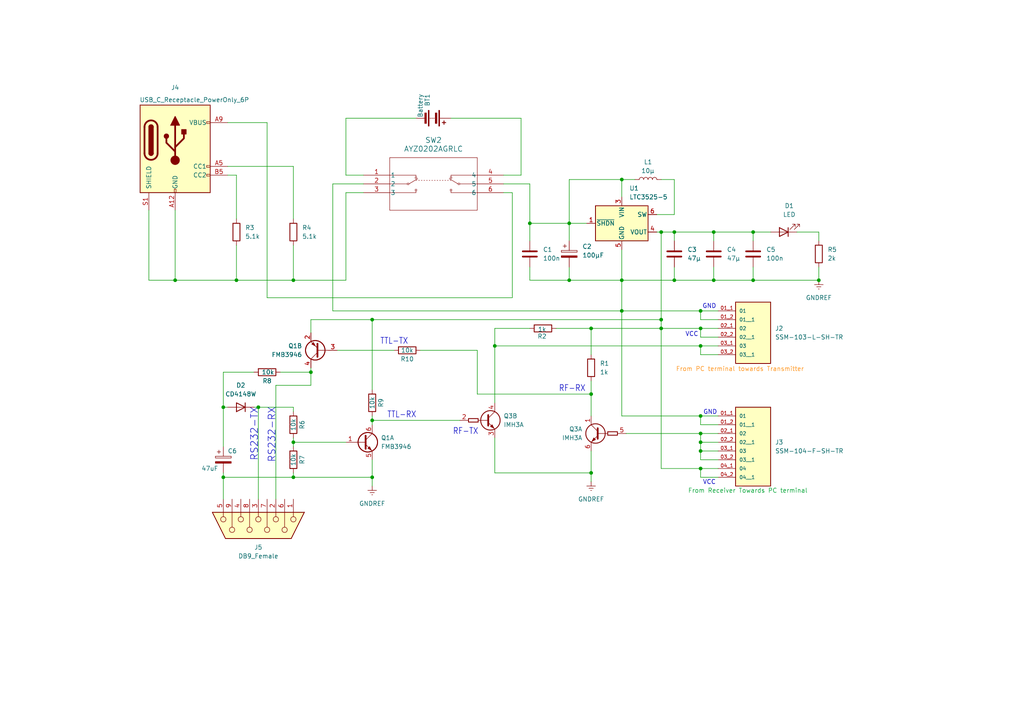
<source format=kicad_sch>
(kicad_sch (version 20231120) (generator "eeschema") (generator_version "8.0")
  (paper "A4")
  (lib_symbols
    (symbol "2024-08-15_09-22-31:AYZ0202AGRLC" (pin_names (offset 0.254))
      (property "Reference" "SW" (at 20.32 10.16 0))
      (property "Value" "AYZ0202AGRLC" (at 20.32 7.62 0))
      (symbol "AYZ0202AGRLC_0_1"
        (polyline (pts (xy 7.62 -10.16) (xy 33.02 -10.16)) (stroke (width 0.127)))
        (polyline (pts (xy 7.62 -5.08) (xy 15.24 -5.08)) (stroke (width 0.127)))
        (polyline (pts (xy 7.62 -2.54) (xy 12.7 -2.54)) (stroke (width 0.127)))
        (polyline (pts (xy 7.62 0) (xy 15.24 0)) (stroke (width 0.127)))
        (polyline (pts (xy 7.62 5.08) (xy 7.62 -10.16)) (stroke (width 0.127)))
        (polyline (pts (xy 13.208 -2.54) (xy 15.748 -1.016)) (stroke (width 0.127)))
        (polyline (pts (xy 15.24 -4.572) (xy 15.24 -5.08)) (stroke (width 0.127)))
        (polyline (pts (xy 15.24 -1.524) (xy 15.494 -1.524)) (stroke (width 0.127)))
        (polyline (pts (xy 15.24 0) (xy 15.24 -0.508)) (stroke (width 0.127)))
        (polyline (pts (xy 16.002 -1.524) (xy 16.256 -1.524)) (stroke (width 0.127)))
        (polyline (pts (xy 16.764 -1.524) (xy 17.018 -1.524)) (stroke (width 0.127)))
        (polyline (pts (xy 17.526 -1.524) (xy 17.78 -1.524)) (stroke (width 0.127)))
        (polyline (pts (xy 18.288 -1.524) (xy 18.542 -1.524)) (stroke (width 0.127)))
        (polyline (pts (xy 19.05 -1.524) (xy 19.304 -1.524)) (stroke (width 0.127)))
        (polyline (pts (xy 19.812 -1.524) (xy 20.066 -1.524)) (stroke (width 0.127)))
        (polyline (pts (xy 20.574 -1.524) (xy 20.828 -1.524)) (stroke (width 0.127)))
        (polyline (pts (xy 21.336 -1.524) (xy 21.59 -1.524)) (stroke (width 0.127)))
        (polyline (pts (xy 22.098 -1.524) (xy 22.352 -1.524)) (stroke (width 0.127)))
        (polyline (pts (xy 22.86 -1.524) (xy 23.114 -1.524)) (stroke (width 0.127)))
        (polyline (pts (xy 23.622 -1.524) (xy 23.876 -1.524)) (stroke (width 0.127)))
        (polyline (pts (xy 24.384 -1.524) (xy 24.638 -1.524)) (stroke (width 0.127)))
        (polyline (pts (xy 25.146 -1.524) (xy 25.4 -1.524)) (stroke (width 0.127)))
        (polyline (pts (xy 25.4 -4.572) (xy 25.4 -5.08)) (stroke (width 0.127)))
        (polyline (pts (xy 25.4 0) (xy 25.4 -0.508)) (stroke (width 0.127)))
        (polyline (pts (xy 27.432 -2.54) (xy 24.892 -1.016)) (stroke (width 0.127)))
        (polyline (pts (xy 33.02 -10.16) (xy 33.02 5.08)) (stroke (width 0.127)))
        (polyline (pts (xy 33.02 -5.08) (xy 25.4 -5.08)) (stroke (width 0.127)))
        (polyline (pts (xy 33.02 -2.54) (xy 27.94 -2.54)) (stroke (width 0.127)))
        (polyline (pts (xy 33.02 0) (xy 25.4 0)) (stroke (width 0.127)))
        (polyline (pts (xy 33.02 5.08) (xy 7.62 5.08)) (stroke (width 0.127)))
        (circle (center 12.954 -2.54) (radius 0.254) (stroke (width 0.127)))
        (circle (center 15.24 -4.318) (radius 0.254) (stroke (width 0.127)))
        (circle (center 15.24 -0.762) (radius 0.254) (stroke (width 0.127)))
        (circle (center 25.4 -4.318) (radius 0.254) (stroke (width 0.127)))
        (circle (center 25.4 -0.762) (radius 0.254) (stroke (width 0.127)))
        (circle (center 27.686 -2.54) (radius 0.254) (stroke (width 0.127)))
        (pin unspecified line (at 0 0 0) (length 7.62) (name "1") (number "1"))
        (pin unspecified line (at 0 -2.54 0) (length 7.62) (name "2") (number "2"))
        (pin unspecified line (at 0 -5.08 0) (length 7.62) (name "3") (number "3"))
        (pin unspecified line (at 40.64 0 180) (length 7.62) (name "4") (number "4"))
        (pin unspecified line (at 40.64 -2.54 180) (length 7.62) (name "5") (number "5"))
        (pin unspecified line (at 40.64 -5.08 180) (length 7.62) (name "6") (number "6"))
      )
    )
    (symbol "Connector:DB9_Female" (pin_names (offset 1.016) hide)
      (property "Reference" "J" (at 0 13.97 0))
      (property "Value" "DB9_Female" (at 0 -14.605 0))
      (symbol "DB9_Female_0_1"
        (circle (center -1.778 -10.16) (radius 0.762))
        (circle (center -1.778 -5.08) (radius 0.762))
        (circle (center -1.778 0) (radius 0.762))
        (circle (center -1.778 5.08) (radius 0.762))
        (circle (center -1.778 10.16) (radius 0.762))
        (polyline (pts (xy -3.81 -10.16) (xy -2.54 -10.16)))
        (polyline (pts (xy -3.81 -7.62) (xy 0.508 -7.62)))
        (polyline (pts (xy -3.81 -5.08) (xy -2.54 -5.08)))
        (polyline (pts (xy -3.81 -2.54) (xy 0.508 -2.54)))
        (polyline (pts (xy -3.81 0) (xy -2.54 0)))
        (polyline (pts (xy -3.81 2.54) (xy 0.508 2.54)))
        (polyline (pts (xy -3.81 5.08) (xy -2.54 5.08)))
        (polyline (pts (xy -3.81 7.62) (xy 0.508 7.62)))
        (polyline (pts (xy -3.81 10.16) (xy -2.54 10.16)))
        (polyline (pts (xy -3.81 13.335) (xy -3.81 -13.335) (xy 3.81 -9.525) (xy 3.81 9.525) (xy -3.81 13.335)) (stroke (width 0.254)) (fill (type background)))
        (circle (center 1.27 -7.62) (radius 0.762))
        (circle (center 1.27 -2.54) (radius 0.762))
        (circle (center 1.27 2.54) (radius 0.762))
        (circle (center 1.27 7.62) (radius 0.762))
      )
      (symbol "DB9_Female_1_1"
        (pin passive line (at -7.62 10.16 0) (length 3.81) (name "1") (number "1"))
        (pin passive line (at -7.62 5.08 0) (length 3.81) (name "2") (number "2"))
        (pin passive line (at -7.62 0 0) (length 3.81) (name "3") (number "3"))
        (pin passive line (at -7.62 -5.08 0) (length 3.81) (name "4") (number "4"))
        (pin passive line (at -7.62 -10.16 0) (length 3.81) (name "5") (number "5"))
        (pin passive line (at -7.62 7.62 0) (length 3.81) (name "6") (number "6"))
        (pin passive line (at -7.62 2.54 0) (length 3.81) (name "7") (number "7"))
        (pin passive line (at -7.62 -2.54 0) (length 3.81) (name "8") (number "8"))
        (pin passive line (at -7.62 -7.62 0) (length 3.81) (name "9") (number "9"))
      )
    )
    (symbol "Connector:USB_C_Receptacle_PowerOnly_6P" (pin_names (offset 1.016))
      (property "Reference" "J" (at 0 16.51 0))
      (property "Value" "USB_C_Receptacle_PowerOnly_6P" (at 0 13.97 0))
      (symbol "USB_C_Receptacle_PowerOnly_6P_0_0"
        (rectangle (start -0.254 -12.7) (end 0.254 -11.684))
        (rectangle (start 10.16 -7.366) (end 9.144 -7.874))
        (rectangle (start 10.16 -4.826) (end 9.144 -5.334))
        (rectangle (start 10.16 7.874) (end 9.144 7.366))
      )
      (symbol "USB_C_Receptacle_PowerOnly_6P_0_1"
        (rectangle (start -10.16 12.7) (end 10.16 -12.7) (stroke (width 0.254)) (fill (type background)))
        (arc (start -8.89 -1.27) (mid -6.985 -3.1667) (end -5.08 -1.27) (stroke (width 0.508)))
        (arc (start -7.62 -1.27) (mid -6.985 -1.9023) (end -6.35 -1.27) (stroke (width 0.254)))
        (arc (start -7.62 -1.27) (mid -6.985 -1.9023) (end -6.35 -1.27) (stroke (width 0.254)) (fill (type outline)))
        (rectangle (start -7.62 -1.27) (end -6.35 6.35) (stroke (width 0.254)) (fill (type outline)))
        (arc (start -6.35 6.35) (mid -6.985 6.9823) (end -7.62 6.35) (stroke (width 0.254)))
        (arc (start -6.35 6.35) (mid -6.985 6.9823) (end -7.62 6.35) (stroke (width 0.254)) (fill (type outline)))
        (arc (start -5.08 6.35) (mid -6.985 8.2467) (end -8.89 6.35) (stroke (width 0.508)))
        (circle (center -2.54 3.683) (radius 0.635) (stroke (width 0.254)) (fill (type outline)))
        (circle (center 0 -3.302) (radius 1.27) (fill (type outline)))
        (polyline (pts (xy -8.89 -1.27) (xy -8.89 6.35)) (stroke (width 0.508)))
        (polyline (pts (xy -5.08 6.35) (xy -5.08 -1.27)) (stroke (width 0.508)))
        (polyline (pts (xy 0 -3.302) (xy 0 6.858)) (stroke (width 0.508)))
        (polyline (pts (xy 0 -0.762) (xy -2.54 1.778) (xy -2.54 3.048)) (stroke (width 0.508)))
        (polyline (pts (xy 0 0.508) (xy 2.54 3.048) (xy 2.54 4.318)) (stroke (width 0.508)))
        (polyline (pts (xy -1.27 6.858) (xy 0 9.398) (xy 1.27 6.858) (xy -1.27 6.858)) (stroke (width 0.254)) (fill (type outline)))
        (rectangle (start 1.905 4.318) (end 3.175 5.588) (stroke (width 0.254)) (fill (type outline)))
      )
      (symbol "USB_C_Receptacle_PowerOnly_6P_1_1"
        (pin passive line (at 0 -17.78 90) (length 5.08) (name "GND") (number "A12"))
        (pin bidirectional line (at 15.24 -5.08 180) (length 5.08) (name "CC1") (number "A5"))
        (pin passive line (at 15.24 7.62 180) (length 5.08) (name "VBUS") (number "A9"))
        (pin passive line (at 0 -17.78 90) (length 5.08) hide (name "GND") (number "B12"))
        (pin bidirectional line (at 15.24 -7.62 180) (length 5.08) (name "CC2") (number "B5"))
        (pin passive line (at 15.24 7.62 180) (length 5.08) hide (name "VBUS") (number "B9"))
        (pin passive line (at -7.62 -17.78 90) (length 5.08) (name "SHIELD") (number "S1"))
      )
    )
    (symbol "Device:Battery" (pin_numbers hide) (pin_names (offset 0) hide)
      (property "Reference" "BT" (at 2.54 2.54 0))
      (property "Value" "Battery" (at 2.54 0 0))
      (symbol "Battery_0_1"
        (rectangle (start -2.286 -1.27) (end 2.286 -1.524) (fill (type outline)))
        (rectangle (start -2.286 1.778) (end 2.286 1.524) (fill (type outline)))
        (rectangle (start -1.524 -2.032) (end 1.524 -2.54) (fill (type outline)))
        (rectangle (start -1.524 1.016) (end 1.524 0.508) (fill (type outline)))
        (polyline (pts (xy 0 -1.016) (xy 0 -0.762)))
        (polyline (pts (xy 0 -0.508) (xy 0 -0.254)))
        (polyline (pts (xy 0 0) (xy 0 0.254)))
        (polyline (pts (xy 0 1.778) (xy 0 2.54)))
        (polyline (pts (xy 0.762 3.048) (xy 1.778 3.048)) (stroke (width 0.254)))
        (polyline (pts (xy 1.27 3.556) (xy 1.27 2.54)) (stroke (width 0.254)))
      )
      (symbol "Battery_1_1"
        (pin passive line (at 0 5.08 270) (length 2.54) (name "+") (number "1"))
        (pin passive line (at 0 -5.08 90) (length 2.54) (name "-") (number "2"))
      )
    )
    (symbol "Device:C" (pin_numbers hide) (pin_names (offset 0.254))
      (property "Reference" "C" (at 0.635 2.54 0))
      (property "Value" "C" (at 0.635 -2.54 0))
      (symbol "C_0_1"
        (polyline (pts (xy -2.032 -0.762) (xy 2.032 -0.762)) (stroke (width 0.508)))
        (polyline (pts (xy -2.032 0.762) (xy 2.032 0.762)) (stroke (width 0.508)))
      )
      (symbol "C_1_1"
        (pin passive line (at 0 3.81 270) (length 2.794) (name "~") (number "1"))
        (pin passive line (at 0 -3.81 90) (length 2.794) (name "~") (number "2"))
      )
    )
    (symbol "Device:C_Polarized" (pin_numbers hide) (pin_names (offset 0.254))
      (property "Reference" "C" (at 0.635 2.54 0))
      (property "Value" "C_Polarized" (at 0.635 -2.54 0))
      (symbol "C_Polarized_0_1"
        (rectangle (start -2.286 0.508) (end 2.286 1.016))
        (polyline (pts (xy -1.778 2.286) (xy -0.762 2.286)))
        (polyline (pts (xy -1.27 2.794) (xy -1.27 1.778)))
        (rectangle (start 2.286 -0.508) (end -2.286 -1.016) (fill (type outline)))
      )
      (symbol "C_Polarized_1_1"
        (pin passive line (at 0 3.81 270) (length 2.794) (name "~") (number "1"))
        (pin passive line (at 0 -3.81 90) (length 2.794) (name "~") (number "2"))
      )
    )
    (symbol "Device:L" (pin_numbers hide) (pin_names (offset 1.016) hide)
      (property "Reference" "L" (at -1.27 0 90))
      (property "Value" "L" (at 1.905 0 90))
      (symbol "L_0_1"
        (arc (start 0 -2.54) (mid 0.6323 -1.905) (end 0 -1.27))
        (arc (start 0 -1.27) (mid 0.6323 -0.635) (end 0 0))
        (arc (start 0 0) (mid 0.6323 0.635) (end 0 1.27))
        (arc (start 0 1.27) (mid 0.6323 1.905) (end 0 2.54))
      )
      (symbol "L_1_1"
        (pin passive line (at 0 3.81 270) (length 1.27) (name "1") (number "1"))
        (pin passive line (at 0 -3.81 90) (length 1.27) (name "2") (number "2"))
      )
    )
    (symbol "Device:LED" (pin_numbers hide) (pin_names (offset 1.016) hide)
      (property "Reference" "D" (at 0 2.54 0))
      (property "Value" "LED" (at 0 -2.54 0))
      (symbol "LED_0_1"
        (polyline (pts (xy -1.27 -1.27) (xy -1.27 1.27)) (stroke (width 0.254)))
        (polyline (pts (xy -1.27 0) (xy 1.27 0)))
        (polyline (pts (xy 1.27 -1.27) (xy 1.27 1.27) (xy -1.27 0) (xy 1.27 -1.27)) (stroke (width 0.254)))
        (polyline (pts (xy -3.048 -0.762) (xy -4.572 -2.286) (xy -3.81 -2.286) (xy -4.572 -2.286) (xy -4.572 -1.524)))
        (polyline (pts (xy -1.778 -0.762) (xy -3.302 -2.286) (xy -2.54 -2.286) (xy -3.302 -2.286) (xy -3.302 -1.524)))
      )
      (symbol "LED_1_1"
        (pin passive line (at -3.81 0 0) (length 2.54) (name "K") (number "1"))
        (pin passive line (at 3.81 0 180) (length 2.54) (name "A") (number "2"))
      )
    )
    (symbol "Device:R" (pin_numbers hide) (pin_names (offset 0))
      (property "Reference" "R" (at 2.032 0 90))
      (property "Value" "R" (at 0 0 90))
      (symbol "R_0_1"
        (rectangle (start -1.016 -2.54) (end 1.016 2.54) (stroke (width 0.254)))
      )
      (symbol "R_1_1"
        (pin passive line (at 0 3.81 270) (length 1.27) (name "~") (number "1"))
        (pin passive line (at 0 -3.81 90) (length 1.27) (name "~") (number "2"))
      )
    )
    (symbol "Diode:CD4148W" (pin_numbers hide) (pin_names hide)
      (property "Reference" "D" (at 0 2.54 0))
      (property "Value" "CD4148W" (at 0 -2.54 0))
      (symbol "CD4148W_0_1"
        (polyline (pts (xy -1.27 1.27) (xy -1.27 -1.27)) (stroke (width 0.254)))
        (polyline (pts (xy 1.27 0) (xy -1.27 0)))
        (polyline (pts (xy 1.27 1.27) (xy 1.27 -1.27) (xy -1.27 0) (xy 1.27 1.27)) (stroke (width 0.254)))
      )
      (symbol "CD4148W_1_1"
        (pin passive line (at -3.81 0 0) (length 2.54) (name "K") (number "1"))
        (pin passive line (at 3.81 0 180) (length 2.54) (name "A") (number "2"))
      )
    )
    (symbol "Regulator_Switching:LTC3525-5" (pin_names (offset 0.254))
      (property "Reference" "U" (at -6.35 6.35 0))
      (property "Value" "LTC3525-5" (at 1.27 6.35 0))
      (symbol "LTC3525-5_0_1"
        (rectangle (start -7.62 5.08) (end 7.62 -5.08) (stroke (width 0.254)) (fill (type background)))
      )
      (symbol "LTC3525-5_1_1"
        (pin input line (at -10.16 0 0) (length 2.54) (name "~{SHDN}") (number "1"))
        (pin passive line (at 0 -7.62 90) (length 2.54) hide (name "GND") (number "2"))
        (pin power_in line (at 0 7.62 270) (length 2.54) (name "VIN") (number "3"))
        (pin power_out line (at 10.16 -2.54 180) (length 2.54) (name "VOUT") (number "4"))
        (pin power_in line (at 0 -7.62 90) (length 2.54) (name "GND") (number "5"))
        (pin input line (at 10.16 2.54 180) (length 2.54) (name "SW") (number "6"))
      )
    )
    (symbol "SSM-103-L-SH-TR:SSM-103-L-SH-TR" (pin_names (offset 1.016))
      (property "Reference" "J" (at -5.58 6.196 0))
      (property "Value" "SSM-103-L-SH-TR" (at -5.08 -15.24 0))
      (symbol "SSM-103-L-SH-TR_0_0"
        (rectangle (start -5.08 -12.7) (end 5.08 5.08) (stroke (width 0.254)) (fill (type background)))
        (pin passive line (at -10.16 2.54 0) (length 5.08) (name "01") (number "01_1"))
        (pin passive line (at -10.16 0 0) (length 5.08) (name "01__1") (number "01_2"))
        (pin passive line (at -10.16 -2.54 0) (length 5.08) (name "02") (number "02_1"))
        (pin passive line (at -10.16 -5.08 0) (length 5.08) (name "02__1") (number "02_2"))
        (pin passive line (at -10.16 -7.62 0) (length 5.08) (name "03") (number "03_1"))
        (pin passive line (at -10.16 -10.16 0) (length 5.08) (name "03__1") (number "03_2"))
      )
    )
    (symbol "SSM-104-F-SH-TR:SSM-104-F-SH-TR" (pin_names (offset 1.016))
      (property "Reference" "J" (at -5.58 6.196 0))
      (property "Value" "SSM-104-F-SH-TR" (at -5.08 -20.32 0))
      (symbol "SSM-104-F-SH-TR_0_0"
        (rectangle (start -5.08 -17.78) (end 5.08 5.08) (stroke (width 0.254)) (fill (type background)))
        (pin passive line (at -10.16 2.54 0) (length 5.08) (name "01") (number "01_1"))
        (pin passive line (at -10.16 0 0) (length 5.08) (name "01__1") (number "01_2"))
        (pin passive line (at -10.16 -2.54 0) (length 5.08) (name "02") (number "02_1"))
        (pin passive line (at -10.16 -5.08 0) (length 5.08) (name "02__1") (number "02_2"))
        (pin passive line (at -10.16 -7.62 0) (length 5.08) (name "03") (number "03_1"))
        (pin passive line (at -10.16 -10.16 0) (length 5.08) (name "03__1") (number "03_2"))
        (pin passive line (at -10.16 -12.7 0) (length 5.08) (name "04") (number "04_1"))
        (pin passive line (at -10.16 -15.24 0) (length 5.08) (name "04__1") (number "04_2"))
      )
    )
    (symbol "Transistor_BJT:FMB3946" (pin_names (offset 0) hide)
      (property "Reference" "Q" (at 5.08 1.27 0))
      (property "Value" "FMB3946" (at 5.08 -1.27 0))
      (symbol "FMB3946_0_1"
        (polyline (pts (xy 0.635 0) (xy -2.54 0)))
        (circle (center 1.27 0) (radius 2.8194) (stroke (width 0.254)))
        (circle (center 1.27 0) (radius 2.8194) (stroke (width 0.254)))
      )
      (symbol "FMB3946_1_1"
        (polyline (pts (xy 0.635 0.635) (xy 2.54 2.54)))
        (polyline (pts (xy 0.635 -0.635) (xy 2.54 -2.54) (xy 2.54 -2.54)))
        (polyline (pts (xy 0.635 1.905) (xy 0.635 -1.905) (xy 0.635 -1.905)) (stroke (width 0.508)))
        (polyline (pts (xy 1.27 -1.778) (xy 1.778 -1.27) (xy 2.286 -2.286) (xy 1.27 -1.778) (xy 1.27 -1.778)) (fill (type outline)))
        (pin input line (at -5.08 0 0) (length 2.54) (name "B1") (number "1"))
        (pin passive line (at 2.54 -5.08 90) (length 2.54) (name "E1") (number "5"))
        (pin passive line (at 2.54 5.08 270) (length 2.54) (name "C1") (number "6"))
      )
      (symbol "FMB3946_2_1"
        (polyline (pts (xy 0.635 0.635) (xy 2.54 2.54)))
        (polyline (pts (xy 0.635 -0.635) (xy 2.54 -2.54) (xy 2.54 -2.54)))
        (polyline (pts (xy 0.635 1.905) (xy 0.635 -1.905) (xy 0.635 -1.905)) (stroke (width 0.508)))
        (polyline (pts (xy 2.286 -1.778) (xy 1.778 -2.286) (xy 1.27 -1.27) (xy 2.286 -1.778) (xy 2.286 -1.778)) (fill (type outline)))
        (pin passive line (at 2.54 -5.08 90) (length 2.54) (name "E2") (number "2"))
        (pin input line (at -5.08 0 0) (length 2.54) (name "B2") (number "3"))
        (pin passive line (at 2.54 5.08 270) (length 2.54) (name "C2") (number "4"))
      )
    )
    (symbol "Transistor_BJT:IMH3A" (pin_names hide)
      (property "Reference" "Q" (at 7.62 1.27 0))
      (property "Value" "IMH3A" (at 7.62 -1.27 0))
      (symbol "IMH3A_0_1"
        (polyline (pts (xy 3.175 0) (xy 0.254 0)))
        (polyline (pts (xy 3.175 0.635) (xy 5.08 2.54)))
        (polyline (pts (xy 3.175 1.524) (xy 3.175 -1.524)) (stroke (width 0.508)))
        (polyline (pts (xy 3.175 -0.635) (xy 5.08 -2.54) (xy 5.08 -2.54)))
        (polyline (pts (xy 3.81 -1.778) (xy 4.318 -1.27) (xy 4.826 -2.286) (xy 3.81 -1.778) (xy 3.81 -1.778)) (fill (type outline)))
        (rectangle (start 0.254 0.508) (end -2.54 -0.508) (stroke (width 0.254)))
        (circle (center 3.81 0) (radius 2.8194) (stroke (width 0.254)))
      )
      (symbol "IMH3A_1_1"
        (pin passive line (at 5.08 5.08 270) (length 2.54) (name "C1") (number "1"))
        (pin input line (at -5.08 0 0) (length 2.54) (name "B1") (number "5"))
        (pin passive line (at 5.08 -5.08 90) (length 2.54) (name "E1") (number "6"))
      )
      (symbol "IMH3A_2_1"
        (pin input line (at -5.08 0 0) (length 2.54) (name "B2") (number "2"))
        (pin passive line (at 5.08 -5.08 90) (length 2.54) (name "E2") (number "3"))
        (pin passive line (at 5.08 5.08 270) (length 2.54) (name "C2") (number "4"))
      )
    )
    (symbol "power:GNDREF" (power) (pin_numbers hide) (pin_names (offset 0) hide)
      (property "Value" "GNDREF" (at 0 -3.81 0))
      (symbol "GNDREF_0_1"
        (polyline (pts (xy -0.635 -1.905) (xy 0.635 -1.905)))
        (polyline (pts (xy -0.127 -2.54) (xy 0.127 -2.54)))
        (polyline (pts (xy 0 -1.27) (xy 0 0)))
        (polyline (pts (xy 1.27 -1.27) (xy -1.27 -1.27)))
      )
      (symbol "GNDREF_1_1"
        (pin power_in line (at 0 0 270) (length 0) (name "~") (number "1"))
      )
    )
  )
  (junction (at 203.2 100.33))
  (junction (at 203.2 130.81))
  (junction (at 203.2 128.27))
  (junction (at 195.58 67.31))
  (junction (at 203.2 95.25))
  (junction (at 207.01 67.31))
  (junction (at 203.2 125.73))
  (junction (at 207.01 81.28))
  (junction (at 50.8 81.28))
  (junction (at 171.45 137.16))
  (junction (at 218.44 67.31))
  (junction (at 180.34 90.17))
  (junction (at 85.09 128.27))
  (junction (at 203.2 90.17))
  (junction (at 64.77 138.43))
  (junction (at 107.95 121.92))
  (junction (at 74.93 118.11))
  (junction (at 203.2 120.65))
  (junction (at 85.09 81.28))
  (junction (at 180.34 81.28))
  (junction (at 191.77 67.31))
  (junction (at 153.67 64.77))
  (junction (at 85.09 138.43))
  (junction (at 90.17 107.95))
  (junction (at 107.95 92.71))
  (junction (at 195.58 81.28))
  (junction (at 68.58 81.28))
  (junction (at 180.34 52.07))
  (junction (at 203.2 135.89))
  (junction (at 165.1 64.77))
  (junction (at 237.49 81.28))
  (junction (at 165.1 81.28))
  (junction (at 143.51 100.33))
  (junction (at 171.45 114.3))
  (junction (at 64.77 118.11))
  (junction (at 218.44 81.28))
  (junction (at 191.77 92.71))
  (junction (at 107.95 138.43))
  (junction (at 171.45 95.25))
  (junction (at 191.77 95.25))
  (wire (pts (xy 203.2 138.43) (xy 203.2 135.89)))
  (wire (pts (xy 77.47 35.56) (xy 77.47 86.36)))
  (wire (pts (xy 100.33 55.88) (xy 105.41 55.88)))
  (wire (pts (xy 153.67 69.85) (xy 153.67 64.77)))
  (wire (pts (xy 121.92 101.6) (xy 138.43 101.6)))
  (wire (pts (xy 191.77 67.31) (xy 195.58 67.31)))
  (wire (pts (xy 77.47 86.36) (xy 148.59 86.36)))
  (wire (pts (xy 85.09 71.12) (xy 85.09 81.28)))
  (wire (pts (xy 107.95 113.03) (xy 107.95 92.71)))
  (wire (pts (xy 100.33 34.29) (xy 100.33 50.8)))
  (wire (pts (xy 237.49 77.47) (xy 237.49 81.28)))
  (wire (pts (xy 74.93 144.78) (xy 74.93 118.11)))
  (wire (pts (xy 66.04 48.26) (xy 85.09 48.26)))
  (wire (pts (xy 181.61 125.73) (xy 203.2 125.73)))
  (wire (pts (xy 191.77 95.25) (xy 203.2 95.25)))
  (wire (pts (xy 107.95 121.92) (xy 133.35 121.92)))
  (wire (pts (xy 64.77 118.11) (xy 66.04 118.11)))
  (wire (pts (xy 208.28 125.73) (xy 203.2 125.73)))
  (wire (pts (xy 153.67 53.34) (xy 153.67 64.77)))
  (wire (pts (xy 203.2 97.79) (xy 203.2 95.25)))
  (wire (pts (xy 66.04 50.8) (xy 68.58 50.8)))
  (wire (pts (xy 64.77 138.43) (xy 85.09 138.43)))
  (wire (pts (xy 203.2 100.33) (xy 208.28 100.33)))
  (wire (pts (xy 143.51 95.25) (xy 143.51 100.33)))
  (wire (pts (xy 195.58 52.07) (xy 191.77 52.07)))
  (wire (pts (xy 146.05 55.88) (xy 148.59 55.88)))
  (wire (pts (xy 151.13 50.8) (xy 146.05 50.8)))
  (wire (pts (xy 180.34 72.39) (xy 180.34 81.28)))
  (wire (pts (xy 130.81 34.29) (xy 151.13 34.29)))
  (wire (pts (xy 151.13 34.29) (xy 151.13 50.8)))
  (wire (pts (xy 107.95 92.71) (xy 191.77 92.71)))
  (wire (pts (xy 208.28 138.43) (xy 203.2 138.43)))
  (wire (pts (xy 208.28 130.81) (xy 203.2 130.81)))
  (wire (pts (xy 191.77 92.71) (xy 191.77 95.25)))
  (wire (pts (xy 85.09 128.27) (xy 100.33 128.27)))
  (wire (pts (xy 85.09 127) (xy 85.09 128.27)))
  (wire (pts (xy 171.45 95.25) (xy 191.77 95.25)))
  (wire (pts (xy 203.2 128.27) (xy 208.28 128.27)))
  (wire (pts (xy 90.17 107.95) (xy 90.17 111.76)))
  (wire (pts (xy 107.95 121.92) (xy 107.95 123.19)))
  (wire (pts (xy 66.04 35.56) (xy 77.47 35.56)))
  (wire (pts (xy 85.09 128.27) (xy 85.09 129.54)))
  (wire (pts (xy 146.05 53.34) (xy 153.67 53.34)))
  (wire (pts (xy 203.2 120.65) (xy 203.2 123.19)))
  (wire (pts (xy 43.18 81.28) (xy 50.8 81.28)))
  (wire (pts (xy 96.52 90.17) (xy 180.34 90.17)))
  (wire (pts (xy 105.41 53.34) (xy 96.52 53.34)))
  (wire (pts (xy 195.58 81.28) (xy 180.34 81.28)))
  (wire (pts (xy 208.28 133.35) (xy 203.2 133.35)))
  (wire (pts (xy 195.58 67.31) (xy 195.58 69.85)))
  (wire (pts (xy 50.8 81.28) (xy 68.58 81.28)))
  (wire (pts (xy 184.15 52.07) (xy 180.34 52.07)))
  (wire (pts (xy 74.93 118.11) (xy 85.09 118.11)))
  (wire (pts (xy 85.09 138.43) (xy 107.95 138.43)))
  (wire (pts (xy 208.28 123.19) (xy 203.2 123.19)))
  (wire (pts (xy 90.17 96.52) (xy 90.17 92.71)))
  (wire (pts (xy 203.2 102.87) (xy 203.2 100.33)))
  (wire (pts (xy 107.95 120.65) (xy 107.95 121.92)))
  (wire (pts (xy 90.17 106.68) (xy 90.17 107.95)))
  (wire (pts (xy 68.58 50.8) (xy 68.58 63.5)))
  (wire (pts (xy 237.49 81.28) (xy 218.44 81.28)))
  (wire (pts (xy 90.17 92.71) (xy 107.95 92.71)))
  (wire (pts (xy 218.44 67.31) (xy 223.52 67.31)))
  (wire (pts (xy 180.34 90.17) (xy 180.34 120.65)))
  (wire (pts (xy 203.2 92.71) (xy 203.2 90.17)))
  (wire (pts (xy 143.51 100.33) (xy 143.51 116.84)))
  (wire (pts (xy 208.28 102.87) (xy 203.2 102.87)))
  (wire (pts (xy 107.95 138.43) (xy 107.95 140.97)))
  (wire (pts (xy 138.43 114.3) (xy 138.43 101.6)))
  (wire (pts (xy 143.51 95.25) (xy 153.67 95.25)))
  (wire (pts (xy 165.1 52.07) (xy 165.1 64.77)))
  (wire (pts (xy 153.67 77.47) (xy 153.67 81.28)))
  (wire (pts (xy 218.44 77.47) (xy 218.44 81.28)))
  (wire (pts (xy 80.01 111.76) (xy 90.17 111.76)))
  (wire (pts (xy 81.28 107.95) (xy 90.17 107.95)))
  (wire (pts (xy 165.1 81.28) (xy 180.34 81.28)))
  (wire (pts (xy 171.45 114.3) (xy 138.43 114.3)))
  (wire (pts (xy 180.34 52.07) (xy 180.34 57.15)))
  (wire (pts (xy 153.67 81.28) (xy 165.1 81.28)))
  (wire (pts (xy 237.49 69.85) (xy 237.49 67.31)))
  (wire (pts (xy 171.45 137.16) (xy 171.45 139.7)))
  (wire (pts (xy 171.45 102.87) (xy 171.45 95.25)))
  (wire (pts (xy 143.51 100.33) (xy 203.2 100.33)))
  (wire (pts (xy 237.49 67.31) (xy 231.14 67.31)))
  (wire (pts (xy 171.45 130.81) (xy 171.45 137.16)))
  (wire (pts (xy 107.95 133.35) (xy 107.95 138.43)))
  (wire (pts (xy 43.18 60.96) (xy 43.18 81.28)))
  (wire (pts (xy 195.58 67.31) (xy 207.01 67.31)))
  (wire (pts (xy 85.09 48.26) (xy 85.09 63.5)))
  (wire (pts (xy 203.2 128.27) (xy 203.2 125.73)))
  (wire (pts (xy 148.59 55.88) (xy 148.59 86.36)))
  (wire (pts (xy 64.77 137.16) (xy 64.77 138.43)))
  (wire (pts (xy 203.2 90.17) (xy 208.28 90.17)))
  (wire (pts (xy 203.2 133.35) (xy 203.2 130.81)))
  (wire (pts (xy 208.28 97.79) (xy 203.2 97.79)))
  (wire (pts (xy 180.34 120.65) (xy 203.2 120.65)))
  (wire (pts (xy 73.66 118.11) (xy 74.93 118.11)))
  (wire (pts (xy 97.79 101.6) (xy 114.3 101.6)))
  (wire (pts (xy 203.2 95.25) (xy 208.28 95.25)))
  (wire (pts (xy 203.2 130.81) (xy 203.2 128.27)))
  (wire (pts (xy 68.58 81.28) (xy 85.09 81.28)))
  (wire (pts (xy 50.8 60.96) (xy 50.8 81.28)))
  (wire (pts (xy 68.58 71.12) (xy 68.58 81.28)))
  (wire (pts (xy 64.77 107.95) (xy 64.77 118.11)))
  (wire (pts (xy 203.2 120.65) (xy 208.28 120.65)))
  (wire (pts (xy 191.77 95.25) (xy 191.77 135.89)))
  (wire (pts (xy 207.01 81.28) (xy 218.44 81.28)))
  (wire (pts (xy 161.29 95.25) (xy 171.45 95.25)))
  (wire (pts (xy 85.09 118.11) (xy 85.09 119.38)))
  (wire (pts (xy 165.1 77.47) (xy 165.1 81.28)))
  (wire (pts (xy 180.34 90.17) (xy 203.2 90.17)))
  (wire (pts (xy 64.77 107.95) (xy 73.66 107.95)))
  (wire (pts (xy 207.01 77.47) (xy 207.01 81.28)))
  (wire (pts (xy 208.28 135.89) (xy 203.2 135.89)))
  (wire (pts (xy 64.77 144.78) (xy 64.77 138.43)))
  (wire (pts (xy 100.33 55.88) (xy 100.33 81.28)))
  (wire (pts (xy 165.1 52.07) (xy 180.34 52.07)))
  (wire (pts (xy 170.18 64.77) (xy 165.1 64.77)))
  (wire (pts (xy 143.51 127) (xy 143.51 137.16)))
  (wire (pts (xy 195.58 77.47) (xy 195.58 81.28)))
  (wire (pts (xy 171.45 110.49) (xy 171.45 114.3)))
  (wire (pts (xy 180.34 81.28) (xy 180.34 90.17)))
  (wire (pts (xy 208.28 92.71) (xy 203.2 92.71)))
  (wire (pts (xy 195.58 81.28) (xy 207.01 81.28)))
  (wire (pts (xy 218.44 69.85) (xy 218.44 67.31)))
  (wire (pts (xy 165.1 69.85) (xy 165.1 64.77)))
  (wire (pts (xy 190.5 62.23) (xy 195.58 62.23)))
  (wire (pts (xy 190.5 67.31) (xy 191.77 67.31)))
  (wire (pts (xy 120.65 34.29) (xy 100.33 34.29)))
  (wire (pts (xy 171.45 114.3) (xy 171.45 120.65)))
  (wire (pts (xy 96.52 53.34) (xy 96.52 90.17)))
  (wire (pts (xy 207.01 67.31) (xy 207.01 69.85)))
  (wire (pts (xy 153.67 64.77) (xy 165.1 64.77)))
  (wire (pts (xy 195.58 52.07) (xy 195.58 62.23)))
  (wire (pts (xy 85.09 81.28) (xy 100.33 81.28)))
  (wire (pts (xy 207.01 67.31) (xy 218.44 67.31)))
  (wire (pts (xy 143.51 137.16) (xy 171.45 137.16)))
  (wire (pts (xy 80.01 111.76) (xy 80.01 144.78)))
  (wire (pts (xy 203.2 135.89) (xy 191.77 135.89)))
  (wire (pts (xy 64.77 118.11) (xy 64.77 129.54)))
  (wire (pts (xy 85.09 137.16) (xy 85.09 138.43)))
  (wire (pts (xy 100.33 50.8) (xy 105.41 50.8)))
  (wire (pts (xy 191.77 67.31) (xy 191.77 92.71)))
  (text "TTL-RX" (at 112.268 121.412 0) (effects (font (size 1.778 1.5113)) (justify left bottom)))
  (text "VCC" (at 200.66 97.028 0) (effects (font (size 1.27 1.27))))
  (text "RS232-RX" (at 80.01 118.11 90) (effects (font (size 2 2)) (justify right bottom)))
  (text "From PC terminal towards Transmitter" (at 214.63 107.188 0) (effects (font (size 1.27 1.27))))
  (text "RF-TX" (at 131.318 126.238 0) (effects (font (size 1.778 1.5113)) (justify left bottom)))
  (text "TTL-TX" (at 110.236 100.076 0) (effects (font (size 1.778 1.5113)) (justify left bottom)))
  (text "RF-RX" (at 162.052 113.792 0) (effects (font (size 1.778 1.5113)) (justify left bottom)))
  (text "VCC" (at 205.74 139.954 0) (effects (font (size 1.27 1.27))))
  (text "GND" (at 205.994 119.634 0) (effects (font (size 1.27 1.27))))
  (text "GND" (at 205.74 88.9 0) (effects (font (size 1.27 1.27))))
  (text "RS232-TX" (at 74.93 118.11 90) (effects (font (size 2 2)) (justify right bottom)))
  (text "From Receiver Towards PC terminal" (at 216.916 142.494 0) (effects (font (size 1.27 1.27))))
  (symbol (lib_id "Regulator_Switching:LTC3525-5") (at 180.34 64.77 0) (unit 1)
    (property "Reference" "U1" (at 182.5341 54.61 0) (effects (justify left)))
    (property "Value" "LTC3525-5" (at 182.5341 57.15 0) (effects (justify left)))
    (property "Footprint" "Package_TO_SOT_SMD:SOT-363_SC-70-6" (effects (hide yes)))
    (property "Datasheet" "https://www.analog.com/media/en/technical-documentation/data-sheets/3525fc.pdf" (effects (hide yes)))
    (property "Description" "Fixed 5V, 400mA Micropower Synchronous Step-Up DC/DC Converter with Output Disconnect, SC-70-6" (effects (hide yes)))
  )
  (symbol (lib_id "Diode:CD4148W") (at 69.85 118.11 180) (unit 1)
    (property "Reference" "D2" (at 69.85 111.76 0))
    (property "Value" "CD4148W" (at 69.85 114.3 0))
    (property "Footprint" "Diode_SMD:D_0805_2012Metric" (effects (hide yes)))
    (property "Datasheet" "https://www.dccomponents.com/upload/product/original/623524775088.pdf" (effects (hide yes)))
    (property "Description" "75V 0.15A Switching Diode, 0805" (effects (hide yes)))
    (property "Sim.Device" "D" (effects (hide yes)))
    (property "Sim.Pins" "1=K 2=A" (effects (hide yes)))
  )
  (symbol (lib_id "Transistor_BJT:FMB3946") (at 105.41 128.27 0) (unit 1)
    (property "Reference" "Q1" (at 110.49 126.9999 0) (effects (justify left)))
    (property "Value" "FMB3946" (at 110.49 129.5399 0) (effects (justify left)))
    (property "Footprint" "Package_TO_SOT_SMD:TSOT-23-6_HandSoldering" (effects (hide yes)))
    (property "Datasheet" "http://www.onsemi.com/pub/Collateral/FMB3946-D.pdf" (effects (hide yes)))
  )
  (symbol (lib_id "Device:R") (at 107.95 116.84 180) (unit 1)
    (property "Reference" "R9" (at 110.49 116.84 90))
    (property "Value" "10k" (at 107.95 116.84 90))
    (property "Footprint" "Resistor_SMD:R_1206_3216Metric_Pad1.30x1.75mm_HandSolder" (effects (hide yes)))
  )
  (symbol (lib_id "Device:R") (at 171.45 106.68 0) (unit 1)
    (property "Reference" "R1" (at 173.99 105.4099 0) (effects (justify left)))
    (property "Value" "1k" (at 173.99 107.9499 0) (effects (justify left)))
    (property "Footprint" "Resistor_SMD:R_1206_3216Metric_Pad1.30x1.75mm_HandSolder" (effects (hide yes)))
    (property "Description" "Resistor" (effects (hide yes)))
  )
  (symbol (lib_id "Device:Battery") (at 125.73 34.29 270) (unit 1)
    (property "Reference" "BT1" (at 123.952 27.178 0) (effects (justify left)))
    (property "Value" "Battery" (at 121.92 27.178 0) (effects (justify left)))
    (property "Footprint" "Battery:BatteryHolder_Keystone_2479_3xAAA" (effects (hide yes)))
    (property "Description" "Multiple-cell battery" (effects (hide yes)))
  )
  (symbol (lib_id "power:GNDREF") (at 237.49 81.28 0) (unit 1)
    (property "Reference" "#PWR02" (effects (hide yes)))
    (property "Value" "GNDREF" (at 237.49 86.36 0))
    (property "Description" "Power symbol creates a global label with name \"GNDREF\" , reference supply ground" (effects (hide yes)))
  )
  (symbol (lib_id "Connector:USB_C_Receptacle_PowerOnly_6P") (at 50.8 43.18 0) (unit 1)
    (property "Reference" "J4" (at 50.8 25.4 0))
    (property "Value" "USB_C_Receptacle_PowerOnly_6P" (at 56.388 28.956 0))
    (property "Footprint" "Connector_USB:USB_C_Receptacle_GCT_USB4135-GF-A_6P_TopMnt_Horizontal" (effects (hide yes)))
    (property "Datasheet" "https://www.usb.org/sites/default/files/documents/usb_type-c.zip" (effects (hide yes)))
    (property "Description" "USB Power-Only 6P Type-C Receptacle connector" (effects (hide yes)))
  )
  (symbol (lib_id "Device:R") (at 118.11 101.6 90) (unit 1)
    (property "Reference" "R10" (at 118.11 104.14 90))
    (property "Value" "10k" (at 118.11 101.6 90))
    (property "Footprint" "Resistor_SMD:R_1206_3216Metric_Pad1.30x1.75mm_HandSolder" (effects (hide yes)))
  )
  (symbol (lib_id "Device:C") (at 218.44 73.66 0) (unit 1)
    (property "Reference" "C5" (at 222.25 72.3899 0) (effects (justify left)))
    (property "Value" "100n" (at 222.25 74.9299 0) (effects (justify left)))
    (property "Footprint" "Capacitor_SMD:C_0805_2012Metric_Pad1.18x1.45mm_HandSolder" (effects (hide yes)))
    (property "Description" "Unpolarized capacitor" (effects (hide yes)))
  )
  (symbol (lib_id "SSM-103-L-SH-TR:SSM-103-L-SH-TR") (at 218.44 92.71 0) (unit 1)
    (property "Reference" "J2" (at 224.79 95.2499 0) (effects (justify left)))
    (property "Value" "SSM-103-L-SH-TR" (at 224.79 97.7899 0) (effects (justify left)))
    (property "Footprint" "SSM_103_L_SH_TR:SAMTEC_SSM-103-L-SH-TR" (effects (hide yes)))
    (property "MANUFACTURER" "SAMTEC" (effects (hide yes)))
  )
  (symbol (lib_id "power:GNDREF") (at 107.95 140.97 0) (unit 1)
    (property "Reference" "#PWR04" (effects (hide yes)))
    (property "Value" "GNDREF" (at 107.95 146.05 0))
    (property "Description" "Power symbol creates a global label with name \"GNDREF\" , reference supply ground" (effects (hide yes)))
  )
  (symbol (lib_id "Device:R") (at 85.09 123.19 180) (unit 1)
    (property "Reference" "R6" (at 87.63 123.19 90))
    (property "Value" "10k" (at 85.09 123.19 90))
    (property "Footprint" "Resistor_SMD:R_1206_3216Metric_Pad1.30x1.75mm_HandSolder" (effects (hide yes)))
  )
  (symbol (lib_id "power:GNDREF") (at 171.45 139.7 0) (unit 1)
    (property "Reference" "#PWR01" (effects (hide yes)))
    (property "Value" "GNDREF" (at 171.45 144.78 0))
    (property "Description" "Power symbol creates a global label with name \"GNDREF\" , reference supply ground" (effects (hide yes)))
  )
  (symbol (lib_id "Device:C") (at 195.58 73.66 0) (unit 1)
    (property "Reference" "C3" (at 199.39 72.3899 0) (effects (justify left)))
    (property "Value" "47µ" (at 199.39 74.9299 0) (effects (justify left)))
    (property "Footprint" "Capacitor_SMD:C_1206_3216Metric_Pad1.33x1.80mm_HandSolder" (effects (hide yes)))
    (property "Description" "Unpolarized capacitor" (effects (hide yes)))
  )
  (symbol (lib_id "Device:R") (at 68.58 67.31 0) (unit 1)
    (property "Reference" "R3" (at 71.12 66.0399 0) (effects (justify left)))
    (property "Value" "5.1k" (at 71.12 68.5799 0) (effects (justify left)))
    (property "Footprint" "Resistor_SMD:R_1206_3216Metric_Pad1.30x1.75mm_HandSolder" (effects (hide yes)))
    (property "Description" "Resistor" (effects (hide yes)))
  )
  (symbol (lib_id "SSM-104-F-SH-TR:SSM-104-F-SH-TR") (at 218.44 123.19 0) (unit 1)
    (property "Reference" "J3" (at 224.79 128.2699 0) (effects (justify left)))
    (property "Value" "SSM-104-F-SH-TR" (at 224.79 130.8099 0) (effects (justify left)))
    (property "Footprint" "SSM_104_F_SH_TR:SAMTEC_SSM-104-F-SH-TR" (effects (hide yes)))
    (property "MANUFACTURER" "SAMTEC" (effects (hide yes)))
  )
  (symbol (lib_id "Device:L") (at 187.96 52.07 90) (unit 1)
    (property "Reference" "L1" (at 187.96 46.99 90))
    (property "Value" "10µ" (at 187.96 49.53 90))
    (property "Footprint" "footprints:IND_ELLVFG_PAN" (effects (hide yes)))
    (property "Description" "Inductor" (effects (hide yes)))
  )
  (symbol (lib_id "Device:C") (at 153.67 73.66 0) (unit 1)
    (property "Reference" "C1" (at 157.48 72.3899 0) (effects (justify left)))
    (property "Value" "100n" (at 157.48 74.9299 0) (effects (justify left)))
    (property "Footprint" "Capacitor_SMD:C_0805_2012Metric_Pad1.18x1.45mm_HandSolder" (effects (hide yes)))
    (property "Description" "Unpolarized capacitor" (effects (hide yes)))
  )
  (symbol (lib_id "Device:LED") (at 227.33 67.31 180) (unit 1)
    (property "Reference" "D1" (at 228.9175 59.69 0))
    (property "Value" "LED" (at 228.9175 62.23 0))
    (property "Footprint" "LED_SMD:LED_1206_3216Metric" (effects (hide yes)))
    (property "Description" "Light emitting diode" (effects (hide yes)))
  )
  (symbol (lib_id "Transistor_BJT:IMH3A") (at 138.43 121.92 0) (unit 2)
    (property "Reference" "Q3" (at 146.05 120.6499 0) (effects (justify left)))
    (property "Value" "IMH3A" (at 146.05 123.1899 0) (effects (justify left)))
    (property "Footprint" "Package_TO_SOT_SMD:ROHM_SOT-457_ClockwisePinNumbering" (effects (hide yes)))
    (property "Datasheet" "http://rohmfs.rohm.com/en/products/databook/datasheet/discrete/transistor/digital/emh3t2r-e.pdf" (effects (hide yes)))
    (property "Description" "0.1A Ic, 50V Vce, Dual NPN Input Resistor Transistors, SOT-457" (effects (hide yes)))
  )
  (symbol (lib_id "Device:R") (at 157.48 95.25 90) (unit 1)
    (property "Reference" "R2" (at 157.226 97.536 90))
    (property "Value" "1k" (at 157.226 95.504 90))
    (property "Footprint" "Resistor_SMD:R_1206_3216Metric_Pad1.30x1.75mm_HandSolder" (effects (hide yes)))
    (property "Description" "Resistor" (effects (hide yes)))
  )
  (symbol (lib_id "Transistor_BJT:FMB3946") (at 92.71 101.6 180) (unit 2)
    (property "Reference" "Q1" (at 87.63 100.3299 0) (effects (justify left)))
    (property "Value" "FMB3946" (at 87.63 102.8699 0) (effects (justify left)))
    (property "Footprint" "Package_TO_SOT_SMD:TSOT-23-6_HandSoldering" (effects (hide yes)))
    (property "Datasheet" "http://www.onsemi.com/pub/Collateral/FMB3946-D.pdf" (effects (hide yes)))
  )
  (symbol (lib_id "Device:R") (at 85.09 67.31 0) (unit 1)
    (property "Reference" "R4" (at 87.63 66.0399 0) (effects (justify left)))
    (property "Value" "5.1k" (at 87.63 68.5799 0) (effects (justify left)))
    (property "Footprint" "Resistor_SMD:R_1206_3216Metric_Pad1.30x1.75mm_HandSolder" (effects (hide yes)))
    (property "Description" "Resistor" (effects (hide yes)))
  )
  (symbol (lib_id "Device:C_Polarized") (at 165.1 73.66 0) (unit 1)
    (property "Reference" "C2" (at 168.91 71.5009 0) (effects (justify left)))
    (property "Value" "100µF" (at 168.91 74.0409 0) (effects (justify left)))
    (property "Footprint" "Capacitor_SMD:CP_Elec_6.3x9.9" (effects (hide yes)))
    (property "Description" "Polarized capacitor" (effects (hide yes)))
  )
  (symbol (lib_id "2024-08-15_09-22-31:AYZ0202AGRLC") (at 105.41 50.8 0) (unit 1)
    (property "Reference" "SW2" (at 125.73 40.64 0) (effects (font (size 1.524 1.524))))
    (property "Value" "AYZ0202AGRLC" (at 125.73 43.18 0) (effects (font (size 1.524 1.524))))
    (property "Footprint" "AYZ0202AGRLC:AYZ0202AGRLC_CNK" (effects (hide yes)))
    (property "Datasheet" "AYZ0202AGRLC" (effects (hide yes)))
  )
  (symbol (lib_id "Device:R") (at 85.09 133.35 180) (unit 1)
    (property "Reference" "R7" (at 87.63 133.35 90))
    (property "Value" "10k" (at 85.09 133.35 90))
    (property "Footprint" "Resistor_SMD:R_1206_3216Metric_Pad1.30x1.75mm_HandSolder" (effects (hide yes)))
  )
  (symbol (lib_id "Device:C_Polarized") (at 64.77 133.35 0) (unit 1)
    (property "Reference" "C6" (at 66.04 130.81 0) (effects (justify left)))
    (property "Value" "47uF" (at 58.42 135.89 0) (effects (justify left)))
    (property "Footprint" "Capacitor_SMD:C_1206_3216Metric_Pad1.33x1.80mm_HandSolder" (effects (hide yes)))
  )
  (symbol (lib_id "Connector:DB9_Female") (at 74.93 152.4 270) (unit 1)
    (property "Reference" "J5" (at 74.93 158.75 90))
    (property "Value" "DB9_Female" (at 74.93 161.29 90))
    (property "Footprint" "Connector_Dsub:DSUB-9_Female_Horizontal_P2.77x2.84mm_EdgePinOffset9.90mm_Housed_MountingHolesOffset11.32mm" (effects (hide yes)))
    (property "Datasheet" " ~" (effects (hide yes)))
  )
  (symbol (lib_id "Transistor_BJT:IMH3A") (at 176.53 125.73 0) (mirror y) (unit 1)
    (property "Reference" "Q3" (at 168.91 124.4599 0) (effects (justify left)))
    (property "Value" "IMH3A" (at 168.91 126.9999 0) (effects (justify left)))
    (property "Footprint" "Package_TO_SOT_SMD:ROHM_SOT-457_ClockwisePinNumbering" (effects (hide yes)))
    (property "Datasheet" "http://rohmfs.rohm.com/en/products/databook/datasheet/discrete/transistor/digital/emh3t2r-e.pdf" (effects (hide yes)))
    (property "Description" "0.1A Ic, 50V Vce, Dual NPN Input Resistor Transistors, SOT-457" (effects (hide yes)))
  )
  (symbol (lib_id "Device:R") (at 237.49 73.66 180) (unit 1)
    (property "Reference" "R5" (at 240.03 72.3899 0) (effects (justify right)))
    (property "Value" "2k" (at 240.03 74.9299 0) (effects (justify right)))
    (property "Footprint" "Resistor_SMD:R_1206_3216Metric_Pad1.30x1.75mm_HandSolder" (effects (hide yes)))
    (property "Description" "Resistor" (effects (hide yes)))
  )
  (symbol (lib_id "Device:R") (at 77.47 107.95 90) (unit 1)
    (property "Reference" "R8" (at 77.47 110.49 90))
    (property "Value" "10k" (at 77.724 107.95 90))
    (property "Footprint" "Resistor_SMD:R_1206_3216Metric_Pad1.30x1.75mm_HandSolder" (effects (hide yes)))
  )
  (symbol (lib_id "Device:C") (at 207.01 73.66 0) (unit 1)
    (property "Reference" "C4" (at 210.82 72.3899 0) (effects (justify left)))
    (property "Value" "47µ" (at 210.82 74.9299 0) (effects (justify left)))
    (property "Footprint" "Capacitor_SMD:C_1206_3216Metric_Pad1.33x1.80mm_HandSolder" (effects (hide yes)))
    (property "Description" "Unpolarized capacitor" (effects (hide yes)))
  )
)
</source>
